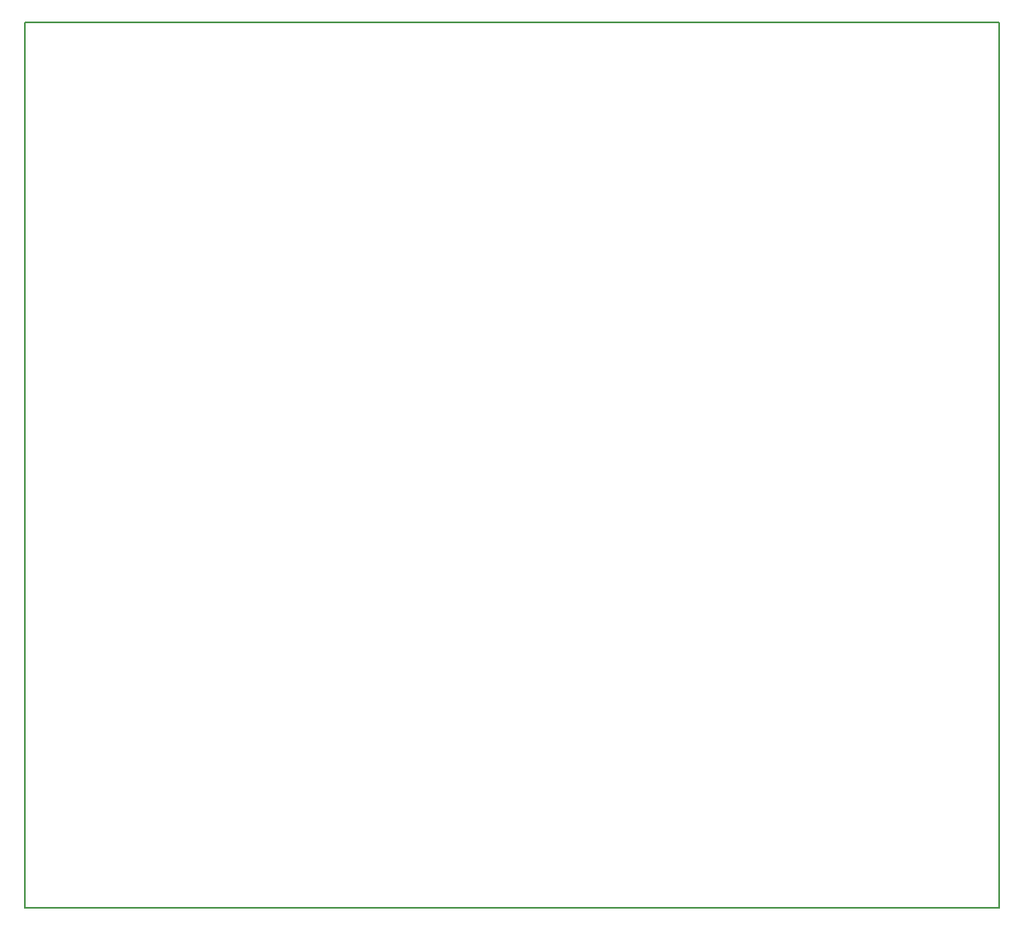
<source format=gko>
G04 #@! TF.GenerationSoftware,KiCad,Pcbnew,5.0.2-bee76a0~70~ubuntu18.04.1*
G04 #@! TF.CreationDate,2019-07-27T20:09:16+09:00*
G04 #@! TF.ProjectId,MRR_ESPA,4d52525f-4553-4504-912e-6b696361645f,v1.2*
G04 #@! TF.SameCoordinates,Original*
G04 #@! TF.FileFunction,Profile,NP*
%FSLAX46Y46*%
G04 Gerber Fmt 4.6, Leading zero omitted, Abs format (unit mm)*
G04 Created by KiCad (PCBNEW 5.0.2-bee76a0~70~ubuntu18.04.1) date Sat 27 Jul 2019 08:09:16 PM JST*
%MOMM*%
%LPD*%
G01*
G04 APERTURE LIST*
%ADD10C,0.150000*%
G04 APERTURE END LIST*
D10*
X45000000Y-136500000D02*
X45000000Y-46000000D01*
X144500000Y-136500000D02*
X45000000Y-136500000D01*
X144500000Y-46000000D02*
X144500000Y-136500000D01*
X45000000Y-46000000D02*
X144500000Y-46000000D01*
M02*

</source>
